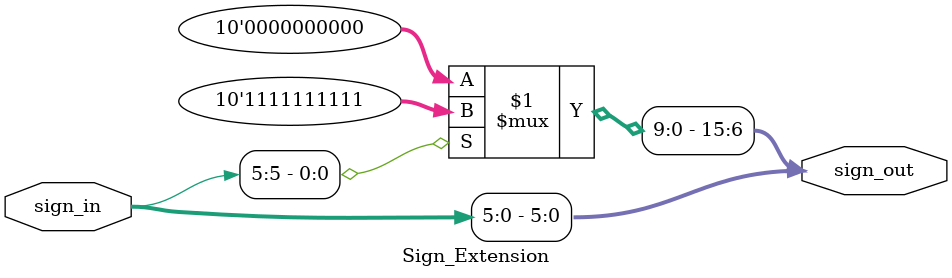
<source format=v>

module Sign_Extension (sign_in, sign_out);
	input [5:0] sign_in;
	output [15:0] sign_out;
	assign sign_out[5:0]=sign_in[5:0];
	assign sign_out[15:6]=sign_in[5]?10'b1111111111:10'b0;
endmodule
</source>
